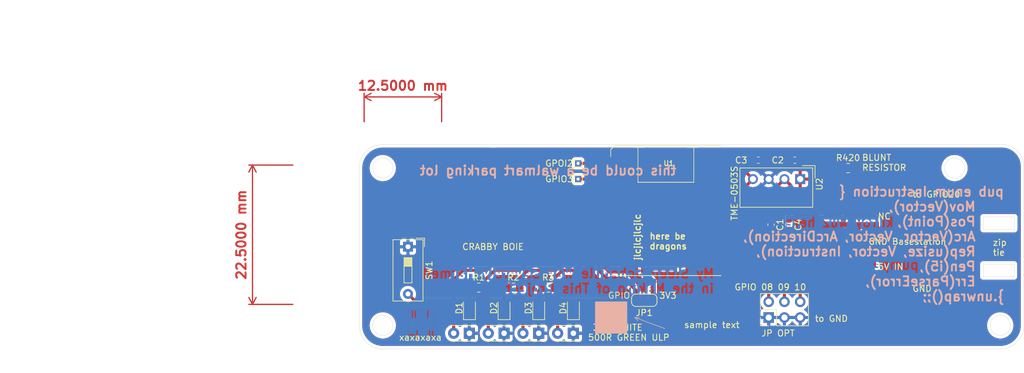
<source format=kicad_pcb>
(kicad_pcb (version 20240108) (generator "pcbnew") (generator_version "8.0")
  (layers (0 "F.Cu" signal) (31 "B.Cu" signal) (34 "B.Paste" user) (35 "F.Paste" user) (36 "B.SilkS" user "B.Silkscreen") (37 "F.SilkS" user "F.Silkscreen") (38 "B.Mask" user) (39 "F.Mask" user) (44 "Edge.Cuts" user))
  (net 0 "")
  (net 1 "+5V")
  (net 2 "GND2")
  (net 3 "GND")
  (net 4 "+3V3")
  (net 5 "Net-(D1-A)")
  (net 6 "Net-(D2-A)")
  (net 7 "Net-(D3-A)")
  (net 8 "Net-(D4-A)")
  (net 9 "Net-(U1-PA11_A3_D3)")
  (net 10 "Net-(U1-PA8_A4_D4_SDA)")
  (net 11 "Net-(U1-PA9_A5_D5_SCL)")
  (net 12 "unconnected-(U1-PA7_A8_D8_SCK-Pad9)")
  (net 13 "unconnected-(U1-PA02_A0_D0-Pad1)")
  (net 14 "unconnected-(U1-PA6_A10_D10_MOSI-Pad11)")
  (net 16 "unconnected-(U1-PA5_A9_D9_MISO-Pad10)")
  (net 17 "Relaiskontakt")
  (net 18 "unconnected-(U1-PA4_A1_D1-Pad2)")
  (net 19 "Net-(SW1-B)")
  (net 21 "Net-(JP1-A)")
  (net 22 "Net-(JP1-C)")
  (footprint "LED_SMD:LED_0805_2012Metric_Pad1.15x1.40mm_HandSolder" (layer "F.Cu") (at 93.98 69.604999 90)
    (property "Reference" "D1" (at 0 -1.65 -90) (layer "F.SilkS"))
    (property "Value" "LED")
    (fp_line (start 1 -0.96) (end -1.86 -0.96) (stroke (width 0.12)) (layer "F.SilkS"))
    (fp_line (start -1.86 -0.96) (end -1.86 0.96) (stroke (width 0.12)) (layer "F.SilkS"))
    (fp_line (start -1.86 0.96) (end 1 0.96) (stroke (width 0.12)) (layer "F.SilkS"))
    (pad "1" smd roundrect (at -1.025 0 90) (size 1.15 1.4) (layers "F.Cu" "F.Paste" "F.Mask") (roundrect_rratio 0.217391) (net 3 "GND"))
    (pad "2" smd roundrect (at 1.025 0 90) (size 1.15 1.4) (layers "F.Cu" "F.Paste" "F.Mask") (roundrect_rratio 0.217391) (net 5 "Net-(D1-A)"))
  )
  (footprint "Connector_PinHeader_2.54mm:PinHeader_2x03_P2.54mm_Vertical" (layer "F.Cu") (at 142.24 71.12 90)
    (property "Reference" "JP OPT" (at -2.54 1.524 0) (layer "F.SilkS"))
    (property "Value" "PinHeader_2x03_P2.54mm_Vertical")
    (fp_line (start 3.87 -1.33) (end 3.87 6.41) (stroke (width 0.12)) (layer "F.SilkS"))
    (fp_line (start 1.27 -1.33) (end 3.87 -1.33) (stroke (width 0.12)) (layer "F.SilkS"))
    (fp_line (start -1.33 -1.33) (end 0 -1.33) (stroke (width 0.12)) (layer "F.SilkS"))
    (fp_line (start -1.33 0) (end -1.33 -1.33) (stroke (width 0.12)) (layer "F.SilkS"))
    (fp_line (start 1.27 1.27) (end 1.27 -1.33) (stroke (width 0.12)) (layer "F.SilkS"))
    (fp_line (start -1.33 1.27) (end 1.27 1.27) (stroke (width 0.12)) (layer "F.SilkS"))
    (fp_line (start -1.33 1.27) (end -1.33 6.41) (stroke (width 0.12)) (layer "F.SilkS"))
    (fp_line (start -1.33 6.41) (end 3.87 6.41) (stroke (width 0.12)) (layer "F.SilkS"))
    (pad "1" thru_hole rect (at 0 0 90) (size 1.7 1.7) (drill 1) (layers "*.Cu" "*.Mask") (net 3 "GND"))
    (pad "2" thru_hole oval (at 2.54 0 90) (size 1.7 1.7) (drill 1) (layers "*.Cu" "*.Mask") (net 12 "unconnected-(U1-PA7_A8_D8_SCK-Pad9)"))
    (pad "3" thru_hole oval (at 0 2.54 90) (size 1.7 1.7) (drill 1) (layers "*.Cu" "*.Mask") (net 3 "GND"))
    (pad "4" thru_hole oval (at 2.54 2.54 90) (size 1.7 1.7) (drill 1) (layers "*.Cu" "*.Mask") (net 16 "unconnected-(U1-PA5_A9_D9_MISO-Pad10)"))
    (pad "5" thru_hole oval (at 0 5.08 90) (size 1.7 1.7) (drill 1) (layers "*.Cu" "*.Mask") (net 3 "GND"))
    (pad "6" thru_hole oval (at 2.54 5.08 90) (size 1.7 1.7) (drill 1) (layers "*.Cu" "*.Mask") (net 14 "unconnected-(U1-PA6_A10_D10_MOSI-Pad11)"))
  )
  (footprint "LED_SMD:LED_0805_2012Metric_Pad1.15x1.40mm_HandSolder" (layer "F.Cu") (at 110.744 69.605 90)
    (property "Reference" "D4" (at 0 -1.65 -90) (layer "F.SilkS"))
    (property "Value" "LED")
    (fp_line (start 1 -0.96) (end -1.86 -0.96) (stroke (width 0.12)) (layer "F.SilkS"))
    (fp_line (start -1.86 -0.96) (end -1.86 0.96) (stroke (width 0.12)) (layer "F.SilkS"))
    (fp_line (start -1.86 0.96) (end 1 0.96) (stroke (width 0.12)) (layer "F.SilkS"))
    (pad "1" smd roundrect (at -1.025 0 90) (size 1.15 1.4) (layers "F.Cu" "F.Paste" "F.Mask") (roundrect_rratio 0.217391) (net 3 "GND"))
    (pad "2" smd roundrect (at 1.025 0 90) (size 1.15 1.4) (layers "F.Cu" "F.Paste" "F.Mask") (roundrect_rratio 0.217391) (net 8 "Net-(D4-A)"))
  )
  (footprint "Resistor_SMD:R_0805_2012Metric_Pad1.20x1.40mm_HandSolder" (layer "F.Cu") (at 95.488 66.294)
    (property "Reference" "R1" (at 0 -1.65 0) (layer "F.SilkS"))
    (property "Value" "R")
    (fp_line (start -0.227064 -0.735) (end 0.227064 -0.735) (stroke (width 0.12)) (layer "F.SilkS"))
    (fp_line (start -0.227064 0.735) (end 0.227064 0.735) (stroke (width 0.12)) (layer "F.SilkS"))
    (pad "1" smd roundrect (at -1 0) (size 1.2 1.4) (layers "F.Cu" "F.Paste" "F.Mask") (roundrect_rratio 0.208333) (net 5 "Net-(D1-A)"))
    (pad "2" smd roundrect (at 1 0) (size 1.2 1.4) (layers "F.Cu" "F.Paste" "F.Mask") (roundrect_rratio 0.208333) (net 9 "Net-(U1-PA11_A3_D3)"))
  )
  (footprint "Capacitor_SMD:C_0603_1608Metric_Pad1.08x0.95mm_HandSolder" (layer "F.Cu") (at 146.457499 45.72 180)
    (property "Reference" "C2" (at 2.7575 0 180) (layer "F.SilkS"))
    (property "Value" "C")
    (fp_line (start -0.146267 0.51) (end 0.146267 0.51) (stroke (width 0.12)) (layer "F.SilkS"))
    (fp_line (start -0.146267 -0.51) (end 0.146267 -0.51) (stroke (width 0.12)) (layer "F.SilkS"))
    (pad "1" smd roundrect (at -0.8625 0 180) (size 1.075 0.95) (layers "F.Cu" "F.Paste" "F.Mask") (net 2 "GND2"))
    (pad "2" smd roundrect (at 0.8625 0 180) (size 1.075 0.95) (layers "F.Cu" "F.Paste" "F.Mask") (net 3 "GND"))
  )
  (footprint "Capacitor_SMD:C_0603_1608Metric_Pad1.08x0.95mm_HandSolder" (layer "F.Cu") (at 142.62 56.137499 -90)
    (property "Reference" "C4" (at 0 -4.38 90) (layer "F.SilkS"))
    (property "Value" "C")
    (fp_line (start -0.146267 0.51) (end 0.146267 0.51) (stroke (width 0.12)) (layer "F.SilkS"))
    (fp_line (start -0.146267 -0.51) (end 0.146267 -0.51) (stroke (width 0.12)) (layer "F.SilkS"))
    (pad "1" smd roundrect (at -0.8625 0 270) (size 1.075 0.95) (layers "F.Cu" "F.Paste" "F.Mask") (net 4 "+3V3"))
    (pad "2" smd roundrect (at 0.8625 0 270) (size 1.075 0.95) (layers "F.Cu" "F.Paste" "F.Mask") (net 1 "+5V"))
  )
  (footprint "Seeeduino xiao ESP32C3 KiCAD Library:MOUDLE14P-SMD-2.54-21X17.8MM" (layer "F.Cu") (at 116.767 64.348)
    (property "Reference" "U1" (at 9.3345 -18.12 0) (layer "F.SilkS") (effects (font (size 0.8 0.8))))
    (property "Value" "MOUDLE-SEEEDUINO-XIAO-ESP32C3")
    (fp_line (start 0 -20.3285) (end 0 -19.177) (stroke (width 0.1)) (layer "F.SilkS"))
    (fp_line (start 0 0) (end 17.8 0) (stroke (width 0.127)) (layer "F.SilkS"))
    (fp_line (start 0.671541 -21) (end 0 -20.3285) (stroke (width 0.127)) (layer "F.SilkS"))
    (fp_line (start 4.396 -15.072) (end 4.392476 -20.990015) (stroke (width 0.1)) (layer "F.SilkS"))
    (fp_line (start 13.395 -15.072) (end 4.396 -15.072) (stroke (width 0.127)) (layer "F.SilkS"))
    (fp_line (start 13.395 -15.072) (end 13.39888 -21.011631) (stroke (width 0.1)) (layer "F.SilkS"))
    (fp_line (start 17.8 -21) (end 0.671541 -21) (stroke (width 0.127)) (layer "F.SilkS"))
    (pad "1" smd roundrect (at 0.835 -18.12) (size 2.75 2) (layers "F.Cu" "F.Paste" "F.Mask") (roundrect_rratio 0.5) (net 13 "unconnected-(U1-PA02_A0_D0-Pad1)"))
    (pad "2" smd roundrect (at 0.835 -15.58) (size 2.75 2) (layers "F.Cu" "F.Paste" "F.Mask") (roundrect_rratio 0.5) (net 18 "unconnected-(U1-PA4_A1_D1-Pad2)"))
    (pad "3" smd roundrect (at 0.835 -13.04) (size 2.75 2) (layers "F.Cu" "F.Paste" "F.Mask") (roundrect_rratio 0.5) (net 19 "Net-(SW1-B)"))
    (pad "4" smd roundrect (at 0.835 -10.5) (size 2.75 2) (layers "F.Cu" "F.Paste" "F.Mask") (roundrect_rratio 0.5) (net 9 "Net-(U1-PA11_A3_D3)"))
    (pad "5" smd roundrect (at 0.835 -7.96) (size 2.75 2) (layers "F.Cu" "F.Paste" "F.Mask") (roundrect_rratio 0.5) (net 10 "Net-(U1-PA8_A4_D4_SDA)"))
    (pad "6" smd roundrect (at 0.835 -5.42) (size 2.75 2) (layers "F.Cu" "F.Paste" "F.Mask") (roundrect_rratio 0.5) (net 11 "Net-(U1-PA9_A5_D5_SCL)"))
    (pad "7" smd roundrect (at 0.835 -2.88) (size 2.75 2) (layers "F.Cu" "F.Paste" "F.Mask") (roundrect_rratio 0.5) (net 21 "Net-(JP1-A)"))
    (pad "8" smd roundrect (at 17 -2.88) (size 2.75 2) (layers "F.Cu" "F.Paste" "F.Mask") (roundrect_rratio 0.5) (net 17 "Relaiskontakt"))
    (pad "9" smd roundrect (at 17 -5.42) (size 2.75 2) (layers "F.Cu" "F.Paste" "F.Mask") (roundrect_rratio 0.5) (net 12 "unconnected-(U1-PA7_A8_D8_SCK-Pad9)"))
    (pad "10" smd roundrect (at 17 -7.96) (size 2.75 2) (layers "F.Cu" "F.Paste" "F.Mask") (roundrect_rratio 0.5) (net 16 "unconnected-(U1-PA5_A9_D9_MISO-Pad10)"))
    (pad "11" smd roundrect (at 17 -10.5) (size 2.75 2) (layers "F.Cu" "F.Paste" "F.Mask") (roundrect_rratio 0.5) (net 14 "unconnected-(U1-PA6_A10_D10_MOSI-Pad11)"))
    (pad "12" smd roundrect (at 17 -13.04) (size 2.75 2) (layers "F.Cu" "F.Paste" "F.Mask") (roundrect_rratio 0.5) (net 4 "+3V3"))
    (pad "13" smd roundrect (at 17 -15.58) (size 2.75 2) (layers "F.Cu" "F.Paste" "F.Mask") (roundrect_rratio 0.5) (net 3 "GND"))
    (pad "14" smd roundrect (at 17 -18.12) (size 2.75 2) (layers "F.Cu" "F.Paste" "F.Mask") (roundrect_rratio 0.5))
    (zone (net 0) (net_name "") (layer "F.Cu") (connect_pads (clearance 0)) (min_thickness 0.01)
      (keepout (tracks not_allowed) (vias not_allowed) (pads not_allowed) (copperpour not_allowed) (footprints allowed))
      (fill (thermal_gap 0.508) (thermal_bridge_width 0.508))
      (polygon (pts (xy 119.7515 51.5845) (xy 122.6725 51.5845) (xy 122.6725 53.6165) (xy 119.7515 53.6165)))
    )
    (zone (net 0) (net_name "") (layer "F.Cu") (connect_pads (clearance 0)) (min_thickness 0.01)
      (keepout (tracks not_allowed) (vias not_allowed) (pads not_allowed) (copperpour not_allowed) (footprints allowed))
      (fill (thermal_gap 0.508) (thermal_bridge_width 0.508))
      (polygon (pts (xy 120.45 43.266) (xy 122.228 43.266) (xy 122.228 45.933) (xy 120.45 45.933)))
    )
    (zone (net 0) (net_name "") (layer "F.Cu") (connect_pads (clearance 0)) (min_thickness 0.01)
      (keepout (tracks not_allowed) (vias not_allowed) (pads not_allowed) (copperpour not_allowed) (footprints allowed))
      (fill (thermal_gap 0.508) (thermal_bridge_width 0.508))
      (polygon (pts (xy 120.45 47.33) (xy 122.228 47.33) (xy 122.228 49.997) (xy 120.45 49.997)))
    )
    (zone (net 0) (net_name "") (layer "F.Cu") (connect_pads (clearance 0)) (min_thickness 0.01)
      (keepout (tracks not_allowed) (vias not_allowed) (pads not_allowed) (copperpour not_allowed) (footprints allowed))
      (fill (thermal_gap 0.508) (thermal_bridge_width 0.508))
      (polygon (pts (xy 123.117 44.028) (xy 128.324 44.028) (xy 128.324 51.013) (xy 123.117 51.013)))
    )
    (zone (net 0) (net_name "") (layer "F.Cu") (connect_pads (clearance 0)) (min_thickness 0.01)
      (keepout (tracks not_allowed) (vias not_allowed) (pads not_allowed) (copperpour not_allowed) (footprints allowed))
      (fill (thermal_gap 0.508) (thermal_bridge_width 0.508))
      (polygon (pts (xy 123.117 61.173) (xy 128.832 61.173) (xy 128.832 63.713) (xy 123.117 63.713)))
    )
    (zone (net 0) (net_name "") (layer "F.Cu") (connect_pads (clearance 0)) (min_thickness 0.01)
      (keepout (tracks not_allowed) (vias not_allowed) (pads not_allowed) (copperpour not_allowed) (footprints allowed))
      (fill (thermal_gap 0.508) (thermal_bridge_width 0.508))
      (polygon (pts (xy 126.546 53.045) (xy 129.594 53.045) (xy 129.594 56.093) (xy 126.546 56.093)))
    )
    (zone (net 0) (net_name "") (layer "F.Cu") (connect_pads (clearance 0)) (min_thickness 0.01)
      (keepout (tracks not_allowed) (vias not_allowed) (pads not_allowed) (copperpour not_allowed) (footprints allowed))
      (fill (thermal_gap 0.508) (thermal_bridge_width 0.508))
      (polygon (pts (xy 129.086 43.266) (xy 130.864 43.266) (xy 130.864 45.933) (xy 129.086 45.933)))
    )
    (zone (net 0) (net_name "") (layer "F.Cu") (connect_pads (clearance 0)) (min_thickness 0.01)
      (keepout (tracks not_allowed) (vias not_allowed) (pads not_allowed) (copperpour not_allowed) (footprints allowed))
      (fill (thermal_gap 0.508) (thermal_bridge_width 0.508))
      (polygon (pts (xy 129.086 47.33) (xy 130.864 47.33) (xy 130.864 49.997) (xy 129.086 49.997)))
    )
  )
  (footprint "Connector:5pin din" (layer "F.Cu") (at 165.608 58.166)
    (property "Reference" "J1" (hide yes))
    (property "Value" "DIN-5_180degree")
    (pad "1" smd roundrect (at -3.048 7.62) (size 5.143 2.262) (layers "F.Cu" "F.Paste" "F.Mask") (net 3 "GND"))
    (pad "2" smd roundrect (at -10.16 0) (size 5.143 2.262) (layers "F.Cu" "F.Paste" "F.Mask") (net 2 "GND2"))
    (pad "3" smd roundrect (at -3.048 -7.62) (size 5.143 2.262) (layers "F.Cu" "F.Paste" "F.Mask") (net 17 "Relaiskontakt"))
    (pad "4" smd roundrect (at -8.636 4.064) (size 5.143 2.262) (layers "F.Cu" "F.Paste" "F.Mask") (net 1 "+5V"))
    (pad "5" smd roundrect (at -8.636 -4.064) (size 5.143 2.262) (layers "F.Cu" "F.Paste" "F.Mask"))
  )
  (footprint "LED_SMD:LED_0805_2012Metric_Pad1.15x1.40mm_HandSolder" (layer "F.Cu") (at 99.568 69.604999 90)
    (property "Reference" "D2" (at 0 -1.65 -90) (layer "F.SilkS"))
    (property "Value" "LED")
    (fp_line (start 1 -0.96) (end -1.86 -0.96) (stroke (width 0.12)) (layer "F.SilkS"))
    (fp_line (start -1.86 -0.96) (end -1.86 0.96) (stroke (width 0.12)) (layer "F.SilkS"))
    (fp_line (start -1.86 0.96) (end 1 0.96) (stroke (width 0.12)) (layer "F.SilkS"))
    (pad "1" smd roundrect (at -1.025 0 90) (size 1.15 1.4) (layers "F.Cu" "F.Paste" "F.Mask") (roundrect_rratio 0.217391) (net 3 "GND"))
    (pad "2" smd roundrect (at 1.025 0 90) (size 1.15 1.4) (layers "F.Cu" "F.Paste" "F.Mask") (roundrect_rratio 0.217391) (net 6 "Net-(D2-A)"))
  )
  (footprint "LED_THT:LED_D1.8mm_W3.3mm_H2.4mm" (layer "F.Cu") (at 110.744 73.66 180)
    (property "Reference" "REF**" (hide yes))
    (property "Value" "LED_D1.8mm_W3.3mm_H2.4mm")
    (fp_line (start 2.98 1.095) (end 2.98 1.26) (stroke (width 0.12)) (layer "F.SilkS"))
    (fp_line (start 2.98 -1.26) (end 2.98 -1.095) (stroke (width 0.12)) (layer "F.SilkS"))
    (fp_line (start -0.2 1.08) (end -0.2 1.26) (stroke (width 0.12)) (layer "F.SilkS"))
    (fp_line (start -0.2 -1.26) (end -0.2 -1.08) (stroke (width 0.12)) (layer "F.SilkS"))
    (fp_line (start -0.32 1.08) (end -0.32 1.26) (stroke (width 0.12)) (layer "F.SilkS"))
    (fp_line (start -0.32 -1.26) (end -0.32 -1.08) (stroke (width 0.12)) (layer "F.SilkS"))
    (fp_line (start -0.44 1.26) (end 2.98 1.26) (stroke (width 0.12)) (layer "F.SilkS"))
    (fp_line (start -0.44 1.08) (end -0.44 1.26) (stroke (width 0.12)) (layer "F.SilkS"))
    (fp_line (start -0.44 -1.26) (end 2.98 -1.26) (stroke (width 0.12)) (layer "F.SilkS"))
    (fp_line (start -0.44 -1.26) (end -0.44 -1.08) (stroke (width 0.12)) (layer "F.SilkS"))
    (pad "1" thru_hole rect (at 0 0 180) (size 1.8 1.8) (drill 0.9) (layers "*.Cu" "*.Mask") (net 3 "GND"))
    (pad "2" thru_hole circle (at 2.54 0 180) (size 1.8 1.8) (drill 0.9) (layers "*.Cu" "*.Mask") (net 8 "Net-(D4-A)"))
  )
  (footprint "Button_Switch_THT:SW_DIP_SPSTx01_Slide_9.78x4.72mm_W7.62mm_P2.54mm" (layer "F.Cu") (at 84.074 59.69 -90)
    (property "Reference" "SW1" (at 3.81 -3.42 90) (layer "F.SilkS"))
    (property "Value" "SW_SPST")
    (fp_line (start -1.14 2.42) (end 8.76 2.42) (stroke (width 0.12)) (layer "F.SilkS"))
    (fp_line (start 1.78 0.635) (end 5.84 0.635) (stroke (width 0.12)) (layer "F.SilkS"))
    (fp_line (start 5.84 0.635) (end 5.84 -0.635) (stroke (width 0.12)) (layer "F.SilkS"))
    (fp_line (start 1.78 0.565) (end 3.133333 0.565) (stroke (width 0.12)) (layer "F.SilkS"))
    (fp_line (start 1.78 0.445) (end 3.133333 0.445) (stroke (width 0.12)) (layer "F.SilkS"))
    (fp_line (start 1.78 0.325) (end 3.133333 0.325) (stroke (width 0.12)) (layer "F.SilkS"))
    (fp_line (start 1.78 0.205) (end 3.133333 0.205) (stroke (width 0.12)) (layer "F.SilkS"))
    (fp_line (start 1.78 0.085) (end 3.133333 0.085) (stroke (width 0.12)) (layer "F.SilkS"))
    (fp_line (start 1.78 -0.035) (end 3.133333 -0.035) (stroke (width 0.12)) (layer "F.SilkS"))
    (fp_line (start 1.78 -0.155) (end 3.133333 -0.155) (stroke (width 0.12)) (layer "F.SilkS"))
    (fp_line (start 1.78 -0.275) (end 3.133333 -0.275) (stroke (width 0.12)) (layer "F.SilkS"))
    (fp_line (start 1.78 -0.395) (end 3.133333 -0.395) (stroke (width 0.12)) (layer "F.SilkS"))
    (fp_line (start 1.78 -0.515) (end 3.133333 -0.515) (stroke (width 0.12)) (layer "F.SilkS"))
    (fp_line (start 1.78 -0.635) (end 1.78 0.635) (stroke (width 0.12)) (layer "F.SilkS"))
    (fp_line (start 3.133333 -0.635) (end 3.133333 0.635) (stroke (width 0.12)) (layer "F.SilkS"))
    (fp_line (start 5.84 -0.635) (end 1.78 -0.635) (stroke (width 0.12)) (layer "F.SilkS"))
    (fp_line (start -1.14 -2.42) (end -1.14 2.42) (stroke (width 0.12)) (layer "F.SilkS"))
    (fp_line (start -1.14 -2.42) (end 8.76 -2.42) (stroke (width 0.12)) (layer "F.SilkS"))
    (fp_line (start 8.76 -2.42) (end 8.76 2.42) (stroke (width 0.12)) (layer "F.SilkS"))
    (fp_line (start -1.38 -2.66) (end -1.38 -1.277) (stroke (width 0.12)) (layer "F.SilkS"))
    (fp_line (start -1.38 -2.66) (end 0.004 -2.66) (stroke (width 0.12)) (layer "F.SilkS"))
    (pad "1" thru_hole rect (at 0 0 270) (size 1.6 1.6) (drill 0.8) (layers "*.Cu" "*.Mask") (net 3 "GND"))
    (pad "2" thru_hole oval (at 7.62 0 270) (size 1.6 1.6) (drill 0.8) (layers "*.Cu" "*.Mask") (net 19 "Net-(SW1-B)"))
  )
  (footprint "Resistor_SMD:R_0805_2012Metric_Pad1.20x1.40mm_HandSolder" (layer "F.Cu") (at 106.696 66.294)
    (property "Reference" "R3" (at 0 -1.65 0) (layer "F.SilkS"))
    (property "Value" "R")
    (fp_line (start -0.227064 -0.735) (end 0.227064 -0.735) (stroke (width 0.12)) (layer "F.SilkS"))
    (fp_line (start -0.227064 0.735) (end 0.227064 0.735) (stroke (width 0.12)) (layer "F.SilkS"))
    (pad "1" smd roundrect (at -1 0) (size 1.2 1.4) (layers "F.Cu" "F.Paste" "F.Mask") (roundrect_rratio 0.208333) (net 7 "Net-(D3-A)"))
    (pad "2" smd roundrect (at 1 0) (size 1.2 1.4) (layers "F.Cu" "F.Paste" "F.Mask") (roundrect_rratio 0.208333) (net 11 "Net-(U1-PA9_A5_D5_SCL)"))
  )
  (footprint "LED_THT:LED_D1.8mm_W3.3mm_H2.4mm" (layer "F.Cu") (at 93.98 73.66 180)
    (property "Reference" "REF**" (hide yes))
    (property "Value" "LED_D1.8mm_W3.3mm_H2.4mm")
    (fp_line (start 2.98 1.095) (end 2.98 1.26) (stroke (width 0.12)) (layer "F.SilkS"))
    (fp_line (start 2.98 -1.26) (end 2.98 -1.095) (stroke (width 0.12)) (layer "F.SilkS"))
    (fp_line (start -0.2 1.08) (end -0.2 1.26) (stroke (width 0.12)) (layer "F.SilkS"))
    (fp_line (start -0.2 -1.26) (end -0.2 -1.08) (stroke (width 0.12)) (layer "F.SilkS"))
    (fp_line (start -0.32 1.08) (end -0.32 1.26) (stroke (width 0.12)) (layer "F.SilkS"))
    (fp_line (start -0.32 -1.26) (end -0.32 -1.08) (stroke (width 0.12)) (layer "F.SilkS"))
    (fp_line (start -0.44 1.26) (end 2.98 1.26) (stroke (width 0.12)) (layer "F.SilkS"))
    (fp_line (start -0.44 1.08) (end -0.44 1.26) (stroke (width 0.12)) (layer "F.SilkS"))
    (fp_line (start -0.44 -1.26) (end 2.98 -1.26) (stroke (width 0.12)) (layer "F.SilkS"))
    (fp_line (start -0.44 -1.26) (end -0.44 -1.08) (stroke (width 0.12)) (layer "F.SilkS"))
    (pad "1" thru_hole rect (at 0 0 180) (size 1.8 1.8) (drill 0.9) (layers "*.Cu" "*.Mask") (net 3 "GND"))
    (pad "2" thru_hole circle (at 2.54 0 180) (size 1.8 1.8) (drill 0.9) (layers "*.Cu" "*.Mask") (net 5 "Net-(D1-A)"))
  )
  (footprint "Converter_DCDC:Converter_DCDC_TRACO_TME_03xxS_05xxS_12xxS_Single_THT" (layer "F.Cu") (at 147.32 48.768 -90)
    (property "Reference" "U2" (at 0.825 -3.1 90) (layer "F.SilkS"))
    (property "Value" "TME-0503S" (at 2.286 10.6 90) (layer "F.SilkS"))
    (fp_line (start -1.795 9.72) (end 4.545 9.72) (stroke (width 0.12)) (layer "F.SilkS"))
    (fp_line (start -2.175 -0.366667) (end -2.175 -2.4) (stroke (width 0.12)) (layer "F.SilkS"))
    (fp_line (start -1.795 -2.02) (end -1.795 9.72) (stroke (width 0.12)) (layer "F.SilkS"))
    (fp_line (start -1.795 -2.02) (end 4.545 -2.02) (stroke (width 0.12)) (layer "F.SilkS"))
    (fp_line (start 4.545 -2.02) (end 4.545 9.72) (stroke (width 0.12)) (layer "F.SilkS"))
    (fp_line (start -2.175 -2.4) (end -0.141667 -2.4) (stroke (width 0.12)) (layer "F.SilkS"))
    (pad "1" thru_hole rect (at 0 0 270) (size 1.6 1.6) (drill 1) (layers "*.Cu" "*.Mask") (net 2 "GND2"))
    (pad "2" thru_hole circle (at 0 2.54 270) (size 1.6 1.6) (drill 1) (layers "*.Cu" "*.Mask") (net 1 "+5V"))
    (pad "3" thru_hole circle (at 0 5.08 270) (size 1.6 1.6) (drill 1) (layers "*.Cu" "*.Mask") (net 3 "GND"))
    (pad "4" thru_hole circle (at 0 7.62 270) (size 1.6 1.6) (drill 1) (layers "*.Cu" "*.Mask") (net 4 "+3V3"))
  )
  (footprint "TestPoint:TestPoint_THTPad_1.0x1.0mm_Drill0.5mm" (layer "F.Cu") (at 111.506 48.768)
    (property "Reference" "GPIO3" (at -3.048 0 0) (layer "F.SilkS"))
    (property "Value" "TestPoint_THTPad_1.0x1.0mm_Drill0.5mm")
    (fp_line (start -0.7 -0.7) (end 0.7 -0.7) (stroke (width 0.12)) (layer "F.SilkS"))
    (fp_line (start -0.7 0.7) (end -0.7 -0.7) (stroke (width 0.12)) (layer "F.SilkS"))
    (fp_line (start 0.7 -0.7) (end 0.7 0.7) (stroke (width 0.12)) (layer "F.SilkS"))
    (fp_line (start 0.7 0.7) (end -0.7 0.7) (stroke (width 0.12)) (layer "F.SilkS"))
    (pad "1" thru_hole rect (at 0 0) (size 1 1) (drill 0.5) (layers "*.Cu" "*.Mask") (net 18 "unconnected-(U1-PA4_A1_D1-Pad2)"))
  )
  (footprint "Resistor_SMD:R_0805_2012Metric_Pad1.20x1.40mm_HandSolder" (layer "F.Cu") (at 115.316 69.58 -90)
    (property "Reference" "R4" (at 0 -1.65 90) (layer "F.SilkS"))
    (property "Value" "R")
    (fp_line (start -0.227064 0.735) (end 0.227064 0.735) (stroke (width 0.12)) (layer "F.SilkS"))
    (fp_line (start -0.227064 -0.735) (end 0.227064 -0.735) (stroke (width 0.12)) (layer "F.SilkS"))
    (pad "1" smd roundrect (at -1 0 270) (size 1.2 1.4) (layers "F.Cu" "F.Paste" "F.Mask") (roundrect_rratio 0.208333) (net 8 "Net-(D4-A)"))
    (pad "2" smd roundrect (at 1 0 270) (size 1.2 1.4) (layers "F.Cu" "F.Paste" "F.Mask") (roundrect_rratio 0.208333) (net 22 "Net-(JP1-C)"))
  )
  (footprint "Capacitor_SMD:C_0603_1608Metric_Pad1.08x0.95mm_HandSolder" (layer "F.Cu") (at 140.562501 45.72 180)
    (property "Reference" "C3" (at 2.757499 0 180) (layer "F.SilkS"))
    (property "Value" "C")
    (fp_line (start -0.146267 0.51) (end 0.146267 0.51) (stroke (width 0.12)) (layer "F.SilkS"))
    (fp_line (start -0.146267 -0.51) (end 0.146267 -0.51) (stroke (width 0.12)) (layer "F.SilkS"))
    (pad "1" smd roundrect (at -0.8625 0 180) (size 1.075 0.95) (layers "F.Cu" "F.Paste" "F.Mask") (net 3 "GND"))
    (pad "2" smd roundrect (at 0.8625 0 180) (size 1.075 0.95) (layers "F.Cu" "F.Paste" "F.Mask") (net 4 "+3V3"))
  )
  (footprint "LED_SMD:LED_0805_2012Metric_Pad1.15x1.40mm_HandSolder" (layer "F.Cu") (at 105.156 69.604999 90)
    (property "Reference" "D3" (at 0 -1.65 -90) (layer "F.SilkS"))
    (property "Value" "LED")
    (fp_line (start 1 -0.96) (end -1.86 -0.96) (stroke (width 0.12)) (layer "F.SilkS"))
    (fp_line (start -1.86 -0.96) (end -1.86 0.96) (stroke (width 0.12)) (layer "F.SilkS"))
    (fp_line (start -1.86 0.96) (end 1 0.96) (stroke (width 0.12)) (layer "F.SilkS"))
    (pad "1" smd roundrect (at -1.025 0 90) (size 1.15 1.4) (layers "F.Cu" "F.Paste" "F.Mask") (roundrect_rratio 0.217391) (net 3 "GND"))
    (pad "2" smd roundrect (at 1.025 0 90) (size 1.15 1.4) (layers "F.Cu" "F.Paste" "F.Mask") (roundrect_rratio 0.217391) (net 7 "Net-(D3-A)"))
  )
  (footprint "Connector:Ferris" (layer "F.Cu") (at 97.79 60.200854)
    (property "Reference" "CRABBY BOIE" (at 0 -0.5 0) (layer "F.SilkS"))
    (property "Value" "Ferris")
    (fp_poly (pts (xy -4.191 -7.62) (xy -3.048 -8.382) (xy -3.048 -6.731) (xy -4.191 -5.715)) (stroke (width 0.1)) (fill solid) (layer "F.Cu"))
    (fp_poly (pts (xy 1.905 -5.715) (xy 3.048 -6.731) (xy 3.048 -8.382) (xy 1.905 -7.493)) (stroke (width 0.1)) (fill solid) (layer "F.Cu"))
    (pad "1" smd custom (at 0 -7.112) (size 2.262 2.262) (layers "F.Cu") (options (clearance outline) (anchor circle)) (primitives (gr_poly (pts (xy 5.588 7.363146) (xy 9.144 6.347146) (xy 9.906 4.823146) (xy 10.414 5.077146) (xy 10.16 3.807146) (xy 10.668 4.061146) (xy 9.906 1.013146) (xy 9.144 -0.002854) (xy 10.414 -2.542854) (xy 6.858 -4.320854) (xy 5.842 -7.622854) (xy 2.54 -6.352854) (xy 0 -8.892854) (xy -2.54 -6.352854) (xy -5.842 -7.622854) (xy -6.858 -4.320854) (xy -10.414 -2.542854) (xy -9.144 -0.002854) (xy -9.906 1.013146) (xy -10.668 4.061146) (xy -10.16 3.807146) (xy -10.414 5.077146) (xy -9.906 4.823146) (xy -9.144 6.347146) (xy -5.588 7.363146) (xy -5.842 5.585146) (xy -5.08 5.331146) (xy -3.302 5.331146) (xy -3.556 4.315146) (xy -5.08 3.807146) (xy -7.366 3.807146) (xy -6.604 2.537146) (xy -2.54 3.429) (xy -3.048 2.667) (xy -4.572 1.524) (xy -4.572 -0.635) (xy -3.048 -1.651) (xy -1.524 -0.508) (xy -1.524 1.651) (xy -3.048 2.667) (xy -2.54 3.429) (xy 0 4.064) (xy 0 3.429) (xy -1.524 2.667) (xy -1.27 2.413) (xy 0 2.667) (xy 1.27 2.413) (xy 1.524 2.667) (xy 0 3.429) (xy 0 4.064) (xy 2.54 3.429) (xy 3.048 2.667) (xy 1.524 1.651) (xy 1.524 -0.508) (xy 2.286 -1.0795) (xy 3.048 -1.651) (xy 4.572 -0.635) (xy 4.572 1.524) (xy 3.048 2.667) (xy 2.54 3.429) (xy 6.604 2.537146) (xy 7.366 3.807146) (xy 5.08 3.807146) (xy 3.556 4.315146) (xy 3.302 5.331146) (xy 5.08 5.331146) (xy 5.842 5.585146)) (width 0.1) (fill yes))))
  )
  (footprint "TestPoint:TestPoint_THTPad_1.0x1.0mm_Drill0.5mm" (layer "F.Cu") (at 111.506 46.228)
    (property "Reference" "GPOI2" (at -3.048 0 0) (layer "F.SilkS"))
    (property "Value" "TestPoint_THTPad_1.0x1.0mm_Drill0.5mm")
    (fp_line (start -0.7 -0.7) (end 0.7 -0.7) (stroke (width 0.12)) (layer "F.SilkS"))
    (fp_line (start -0.7 0.7) (end -0.7 -0.7) (stroke (width 0.12)) (layer "F.SilkS"))
    (fp_line (start 0.7 -0.7) (end 0.7 0.7) (stroke (width 0.12)) (layer "F.SilkS"))
    (fp_line (start 0.7 0.7) (end -0.7 0.7) (stroke (width 0.12)) (layer "F.SilkS"))
    (pad "1" thru_hole rect (at 0 0) (size 1 1) (drill 0.5) (layers "*.Cu" "*.Mask") (net 13 "unconnected-(U1-PA02_A0_D0-Pad1)"))
  )
  (footprint "LED_THT:LED_D1.8mm_W3.3mm_H2.4mm" (layer "F.Cu") (at 99.568 73.66 180)
    (property "Reference" "REF**" (hide yes))
    (property "Value" "LED_D1.8mm_W3.3mm_H2.4mm")
    (fp_line (start 2.98 1.095) (end 2.98 1.26) (stroke (width 0.12)) (layer "F.SilkS"))
    (fp_line (start 2.98 -1.26) (end 2.98 -1.095) (stroke (width 0.12)) (layer "F.SilkS"))
    (fp_line (start -0.2 1.08) (end -0.2 1.26) (stroke (width 0.12)) (layer "F.SilkS"))
    (fp_line (start -0.2 -1.26) (end -0.2 -1.08) (stroke (width 0.12)) (layer "F.SilkS"))
    (fp_line (start -0.32 1.08) (end -0.32 1.26) (stroke (width 0.12)) (layer "F.SilkS"))
    (fp_line (start -0.32 -1.26) (end -0.32 -1.08) (stroke (width 0.12)) (layer "F.SilkS"))
    (fp_line (start -0.44 1.26) (end 2.98 1.26) (stroke (width 0.12)) (layer "F.SilkS"))
    (fp_line (start -0.44 1.08) (end -0.44 1.26) (stroke (width 0.12)) (layer "F.SilkS"))
    (fp_line (start -0.44 -1.26) (end 2.98 -1.26) (stroke (width 0.12)) (layer "F.SilkS"))
    (fp_line (start -0.44 -1.26) (end -0.44 -1.08) (stroke (width 0.12)) (layer "F.SilkS"))
    (pad "1" thru_hole rect (at 0 0 180) (size 1.8 1.8) (drill 0.9) (layers "*.Cu" "*.Mask") (net 3 "GND"))
    (pad "2" thru_hole circle (at 2.54 0 180) (size 1.8 1.8) (drill 0.9) (layers "*.Cu" "*.Mask") (net 6 "Net-(D2-A)"))
  )
  (footprint "Jumper:SolderJumper-3_P1.3mm_Open_RoundedPad1.0x1.5mm_NumberLabels" (layer "F.Cu") (at 122.174 68.326)
    (property "Reference" "JP1" (at 0 2.032 0) (layer "F.SilkS"))
    (property "Value" "SolderJumper_3_Open")
    (fp_line (start -2.05 0.3) (end -2.05 -0.3) (stroke (width 0.12)) (layer "F.SilkS"))
    (fp_line (start -1.4 -1) (end 1.4 -1) (stroke (width 0.12)) (layer "F.SilkS"))
    (fp_line (start 1.4 1) (end -1.4 1) (stroke (width 0.12)) (layer "F.SilkS"))
    (fp_line (start 2.05 -0.3) (end 2.05 0.3) (stroke (width 0.12)) (layer "F.SilkS"))
    (fp_arc (start -2.05 -0.3) (mid -1.844975 -0.794975) (end -1.35 -1) (stroke (width 0.12)) (layer "F.SilkS"))
    (fp_arc (start -1.35 1) (mid -1.844975 0.794975) (end -2.05 0.3) (stroke (width 0.12)) (layer "F.SilkS"))
    (fp_arc (start 1.35 -1) (mid 1.844975 -0.794975) (end 2.05 -0.3) (stroke (width 0.12)) (layer "F.SilkS"))
    (fp_arc (start 2.05 0.3) (mid 1.844975 0.794975) (end 1.35 1) (stroke (width 0.12)) (layer "F.SilkS"))
    (fp_text user "3V3" (at 3.81 -0.762 0) (layer "F.SilkS"))
    (fp_text user "GPIO" (at -4.064 -0.762 0) (layer "F.SilkS") (effects (font (thickness 0.125))))
    (pad "1" smd custom (at -1.3 0) (size 1 0.5) (layers "F.Cu" "F.Mask") (net 21 "Net-(JP1-A)") (options (clearance outline) (anchor rect)) (primitives (gr_circle (center 0 0.25) (end 0.5 0.25) (width 0) (fill yes)) (gr_circle (center 0 -0.25) (end 0.5 -0.25) (width 0) (fill yes)) (gr_poly (pts (xy 0.55 0.75) (xy 0 0.75) (xy 0 -0.75) (xy 0.55 -0.75)) (width 0) (fill yes))))
    (pad "2" smd rect (at 0 0) (size 1 1.5) (layers "F.Cu" "F.Mask") (net 22 "Net-(JP1-C)"))
    (pad "3" smd custom (at 1.3 0) (size 1 0.5) (layers "F.Cu" "F.Mask") (net 4 "+3V3") (options (clearance outline) (anchor rect)) (primitives (gr_circle (center 0 0.25) (end 0.5 0.25) (width 0) (fill yes)) (gr_circle (center 0 -0.25) (end 0.5 -0.25) (width 0) (fill yes)) (gr_poly (pts (xy 0 0.75) (xy -0.55 0.75) (xy -0.55 -0.75) (xy 0 -0.75)) (width 0) (fill yes))))
  )
  (footprint "Resistor_SMD:R_0805_2012Metric_Pad1.20x1.40mm_HandSolder" (layer "F.Cu") (at 101.076 66.294)
    (property "Reference" "R2" (at 0 -1.65 0) (layer "F.SilkS"))
    (property "Value" "R")
    (fp_line (start -0.227064 -0.735) (end 0.227064 -0.735) (stroke (width 0.12)) (layer "F.SilkS"))
    (fp_line (start -0.227064 0.735) (end 0.227064 0.735) (stroke (width 0.12)) (layer "F.SilkS"))
    (pad "1" smd roundrect (at -1 0) (size 1.2 1.4) (layers "F.Cu" "F.Paste" "F.Mask") (roundrect_rratio 0.208333) (net 6 "Net-(D2-A)"))
    (pad "2" smd roundrect (at 1 0) (size 1.2 1.4) (layers "F.Cu" "F.Paste" "F.Mask") (roundrect_rratio 0.208333) (net 10 "Net-(U1-PA8_A4_D4_SDA)"))
  )
  (footprint "Resistor_SMD:R_0805_2012Metric" (layer "F.Cu") (at 155.0435 46.99)
    (property "Reference" "R420" (at 0 -1.65 0) (layer "F.SilkS"))
    (property "Value" "R_0805_2012Metric")
    (fp_line (start -0.227064 -0.735) (end 0.227064 -0.735) (stroke (width 0.12)) (layer "F.SilkS"))
    (fp_line (start -0.227064 0.735) (end 0.227064 0.735) (stroke (width 0.12)) (layer "F.SilkS"))
    (pad "1" smd roundrect (at -0.9125 0) (size 1.025 1.4) (layers "F.Cu" "F.Paste" "F.Mask") (roundrect_rratio 0.243902) (net 3 "GND"))
    (pad "2" smd roundrect (at 0.9125 0) (size 1.025 1.4) (layers "F.Cu" "F.Paste" "F.Mask") (roundrect_rratio 0.243902) (net 3 "GND"))
  )
  (footprint "LED_THT:LED_D1.8mm_W3.3mm_H2.4mm" (layer "F.Cu") (at 105.156 73.66 180)
    (property "Reference" "REF**" (hide yes))
    (property "Value" "LED_D1.8mm_W3.3mm_H2.4mm")
    (fp_line (start 2.98 1.095) (end 2.98 1.26) (stroke (width 0.12)) (layer "F.SilkS"))
    (fp_line (start 2.98 -1.26) (end 2.98 -1.095) (stroke (width 0.12)) (layer "F.SilkS"))
    (fp_line (start -0.2 1.08) (end -0.2 1.26) (stroke (width 0.12)) (layer "F.SilkS"))
    (fp_line (start -0.2 -1.26) (end -0.2 -1.08) (stroke (width 0.12)) (layer "F.SilkS"))
    (fp_line (start -0.32 1.08) (end -0.32 1.26) (stroke (width 0.12)) (layer "F.SilkS"))
    (fp_line (start -0.32 -1.26) (end -0.32 -1.08) (stroke (width 0.12)) (layer "F.SilkS"))
    (fp_line (start -0.44 1.26) (end 2.98 1.26) (stroke (width 0.12)) (layer "F.SilkS"))
    (fp_line (start -0.44 1.08) (end -0.44 1.26) (stroke (width 0.12)) (layer "F.SilkS"))
    (fp_line (start -0.44 -1.26) (end 2.98 -1.26) (stroke (width 0.12)) (layer "F.SilkS"))
    (fp_line (start -0.44 -1.26) (end -0.44 -1.08) (stroke (width 0.12)) (layer "F.SilkS"))
    (pad "1" thru_hole rect (at 0 0 180) (size 1.8 1.8) (drill 0.9) (layers "*.Cu" "*.Mask") (net 3 "GND"))
    (pad "2" thru_hole circle (at 2.54 0 180) (size 1.8 1.8) (drill 0.9) (layers "*.Cu" "*.Mask") (net 7 "Net-(D3-A)"))
  )
  (footprint "Capacitor_SMD:C_0603_1608Metric_Pad1.08x0.95mm_HandSolder" (layer "F.Cu") (at 145.5 56.137499 90)
    (property "Reference" "C1" (at 0 -1.43 -90) (layer "F.SilkS"))
    (property "Value" "C")
    (fp_line (start -0.146267 -0.51) (end 0.146267 -0.51) (stroke (width 0.12)) (layer "F.SilkS"))
    (fp_line (start -0.146267 0.51) (end 0.146267 0.51) (stroke (width 0.12)) (layer "F.SilkS"))
    (pad "1" smd roundrect (at -0.8625 0 90) (size 1.075 0.95) (layers "F.Cu" "F.Paste" "F.Mask") (net 1 "+5V"))
    (pad "2" smd roundrect (at 0.8625 0 90) (size 1.075 0.95) (layers "F.Cu" "F.Paste" "F.Mask") (net 2 "GND2"))
  )
  (gr_line (start 125.476 72.898) (end 120.65 71.12) (stroke (width 0.1)) (layer "B.SilkS"))
  (gr_line (start 121.158 71.628) (end 120.65 71.12) (stroke (width 0.1)) (layer "B.SilkS"))
  (gr_rect (start 114.3 68.58) (end 119.38 73.66) (stroke (width 0.1)) (fill solid) (layer "B.SilkS"))
  (gr_line (start 121.412 71.12) (end 120.65 71.12) (stroke (width 0.1)) (layer "B.SilkS"))
  (gr_circle (center 80.01 46.99) (end 81.026 48.26) (stroke (width 0.05)) (fill none) (layer "Edge.Cuts"))
  (gr_line (start 76.2 46.99) (end 76.2 72.39) (stroke (width 0.05)) (layer "Edge.Cuts"))
  (gr_rect (start 176.824 62.516) (end 181.824 64.516) (stroke (width 0.05)) (fill none) (layer "Edge.Cuts"))
  (gr_arc (start 183.38935 72.39) (mid 182.308661 75.048924) (end 179.679442 76.2) (stroke (width 0.05)) (layer "Edge.Cuts"))
  (gr_line (start 80.01 76.2) (end 179.679442 76.2) (stroke (width 0.05)) (layer "Edge.Cuts"))
  (gr_circle (center 80.01 72.39) (end 81.026 73.66) (stroke (width 0.05)) (fill none) (layer "Edge.Cuts"))
  (gr_arc (start 80.01 76.2) (mid 77.315923 75.084077) (end 76.2 72.39) (stroke (width 0.05)) (layer "Edge.Cuts"))
  (gr_line (start 179.832 43.18) (end 80.01 43.18) (stroke (width 0.05)) (layer "Edge.Cuts"))
  (gr_arc (start 179.832 43.18) (mid 182.346472 44.221528) (end 183.388 46.736) (stroke (width 0.05)) (layer "Edge.Cuts"))
  (gr_circle (center 172.212 46.99) (end 173.228 48.26) (stroke (width 0.05)) (fill none) (layer "Edge.Cuts"))
  (gr_arc (start 76.2 46.99) (mid 77.315923 44.295923) (end 80.01 43.18) (stroke (width 0.05)) (layer "Edge.Cuts"))
  (gr_rect (start 176.864 54.896) (end 181.864 56.896) (stroke (width 0.05)) (fill none) (layer "Edge.Cuts"))
  (gr_line (start 183.38935 72.39) (end 183.388 46.736) (stroke (width 0.05)) (layer "Edge.Cuts"))
  (gr_circle (center 179.578 72.39) (end 180.594 73.66) (stroke (width 0.05)) (fill none) (layer "Edge.Cuts"))
  (gr_text "v1.01 2025\nDesign by FS" (at 168.402 74.168 0) (layer "F.Cu" knockout) (effects (font (size 1.5 1.5) (thickness 0.3) (bold yes)) (justify bottom)))
  (gr_text "trans rights" (at 77.978 58.674 -90) (layer "F.Cu" knockout) (effects (font (size 1 1) (thickness 0.2) (bold yes)) (justify left bottom)))
  (gr_text "My Sleep Schedule Was Severely Harmed \nin the Making of This Project" (at 133.604 67.31 0) (layer "B.Cu" knockout) (effects (font (size 1.5 1.5) (thickness 0.3) (bold yes)) (justify left bottom mirror)))
  (gr_text " I  II\n\nII  I-" (at 88.392 74.422 0) (layer "B.Cu" knockout) (effects (font (size 1 1) (thickness 0.2) (bold yes)) (justify left bottom mirror)))
  (gr_text "pumpe" (at 166.624 63.5 0) (layer "B.Cu" knockout) (effects (font (size 1.5 1.5) (thickness 0.3) (bold yes)) (justify left bottom mirror)))
  (gr_text "kilroy wuz here" (at 162.56 56.642 0) (layer "B.Cu" knockout) (effects (font (size 1.5 1.5) (thickness 0.3) (bold yes)) (justify left bottom mirror)))
  (gr_text "pub enum Instruction {\n    Mov(Vector),\n    Pos(Point),\n    Arc(Vector, Vector, ArcDirection),\n    Rep(usize, Vector, Instruction),\n    Pen(i5),\n    Err(ParseError),\n}.unwrap();;" (at 180.34 68.58 0) (layer "B.SilkS") (effects (font (size 1.5 1.5) (thickness 0.3) (bold yes)) (justify left bottom mirror)))
  (gr_text "this could be a walmart parking lot" (at 127.508 48.26 0) (layer "B.SilkS") (effects (font (size 1.5 1.5) (thickness 0.3) (bold yes)) (justify left bottom mirror)))
  (gr_text "xaxaxaxa" (at 82.55 74.93 0) (layer "F.SilkS") (effects (font (size 1 1)) (justify left bottom)))
  (gr_text "to GND" (at 149.606 71.882 0) (layer "F.SilkS") (effects (font (size 1 1)) (justify left bottom)))
  (gr_text "sample text" (at 128.524 72.898 0) (layer "F.SilkS") (effects (font (size 1 1)) (justify left bottom)))
  (gr_text "GPIO 08 09 10" (at 136.652 66.802 0) (layer "F.SilkS") (effects (font (size 1 1)) (justify left bottom)))
  (gr_text "jlcjlcjlcjlc" (at 121.666 61.976 90) (layer "F.SilkS") (effects (font (size 1 1) (thickness 0.2) (bold yes)) (justify left bottom)))
  (gr_text "GND Basestation" (at 158.242 59.436 0) (layer "F.SilkS") (effects (font (size 1 1)) (justify left bottom)))
  (gr_text "GND" (at 165.354 67.056 0) (layer "F.SilkS") (effects (font (size 1 1)) (justify left bottom)))
  (gr_text "BLUNT\nRESISTOR\n" (at 157.226 47.498 0) (layer "F.SilkS") (effects (font (size 1 1)) (justify left bottom)))
  (gr_text "here be\ndragons" (at 122.936 60.198 0) (layer "F.SilkS") (effects (font (size 1 1) (thickness 0.2) (bold yes)) (justify left bottom)))
  (gr_text "NC" (at 159.766 55.372 0) (layer "F.SilkS") (effects (font (size 1 1)) (justify left bottom)))
  (gr_text "5V IN" (at 159.766 63.5 0) (layer "F.SilkS") (effects (font (size 1 1)) (justify left bottom)))
  (gr_text "to GPIO20" (at 165.354 51.816 0) (layer "F.SilkS") (effects (font (size 1 1)) (justify left bottom)))
  (gr_text "zip\ntie" (at 178.308 61.214 0) (layer "F.SilkS") (effects (font (size 1 1)) (justify left bottom)))
  (gr_text " 30R WHITE\n500R GREEN ULP" (at 113.03 74.93 0) (layer "F.SilkS") (effects (font (size 1 1)) (justify left bottom)))
  (dimension (type aligned) (layer "F.Cu") (pts (xy 77 40) (xy 89.5 40)) (height -4.5) (gr_text "12,5000 mm" (at 83.25 33.7 0) (layer "F.Cu") (effects (font (size 1.5 1.5) (thickness 0.3)))) (format (prefix "") (suffix "") (units 3) (units_format 1) (precision 4)) (style (thickness 0.2) (arrow_length 1.27) (text_position_mode 0) (extension_height 0.58642) (extension_offset 0.5) keep_text_aligned))
  (dimension (type aligned) (layer "F.Cu") (pts (xy 66 46.5) (xy 66 69)) (height 6.999999) (gr_text "22,5000 mm" (at 57.200001 57.75 90) (layer "F.Cu") (effects (font (size 1.5 1.5) (thickness 0.3)))) (format (prefix "") (suffix "") (units 3) (units_format 1) (precision 4)) (style (thickness 0.2) (arrow_length 1.27) (text_position_mode 0) (extension_height 0.58642) (extension_offset 0.5) keep_text_aligned))
  (segment (start 123.474 65.308) (end 121.92 63.754) (width 0.508) (layer "F.Cu") (net 4))
  (segment (start 140 48.62) (end 139.894998 48.514998) (width 0.508) (layer "F.Cu") (net 4))
  (segment (start 123.474 68.326) (end 123.474 65.308) (width 0.508) (layer "F.Cu") (net 4))
  (segment (start 133.00325 52) (end 132.5825 51.57925) (width 0.508) (layer "F.Cu") (net 4))
  (segment (start 139.895 49.105) (end 140 49) (width 0.508) (layer "F.Cu") (net 4))
  (segment (start 140 49) (end 140 48.62) (width 0.508) (layer "F.Cu") (net 4))
  (segment (start 121.92 63.754) (end 121.92 56.134) (width 0.508) (layer "F.Cu") (net 4))
  (segment (start 126.746 51.308) (end 133.767 51.308) (width 0.508) (layer "F.Cu") (net 4))
  (segment (start 121.92 56.134) (end 126.746 51.308) (width 0.508) (layer "F.Cu") (net 4))
  (segment (start 94.488 66.294) (end 93.98 66.802) (width 0.508) (layer "F.Cu") (net 5))
  (segment (start 93.98 68.579999) (end 92.202 68.58) (width 0.508) (layer "F.Cu") (net 5))
  (segment (start 92.202 68.58) (end 91.44 69.342) (width 0.508) (layer "F.Cu") (net 5))
  (segment (start 93.98 66.802) (end 93.98 68.579999) (width 0.508) (layer "F.Cu") (net 5))
  (segment (start 91.44 69.342) (end 91.44 73.66) (width 0.508) (layer "F.Cu") (net 5))
  (segment (start 97.028 73.66) (end 97.028 69.342) (width 0.508) (layer "F.Cu") (net 6))
  (segment (start 97.028 69.342) (end 97.79 68.58) (width 0.508) (layer "F.Cu") (net 6))
  (segment (start 99.568 68.579999) (end 97.79 68.58) (width 0.508) (layer "F.Cu") (net 6))
  (segment (start 99.568 68.579999) (end 99.568 66.802) (width 0.508) (layer "F.Cu") (net 6))
  (segment (start 99.568 66.802) (end 100.076 66.294) (width 0.508) (layer "F.Cu") (net 6))
  (segment (start 105.156 66.834) (end 105.696 66.294) (width 0.508) (layer "F.Cu") (net 7))
  (segment (start 102.616 69.342) (end 102.616 73.66) (width 0.508) (layer "F.Cu") (net 7))
  (segment (start 103.378 68.58) (end 102.616 69.342) (width 0.508) (layer "F.Cu") (net 7))
  (segment (start 105.156 68.579999) (end 103.378 68.58) (width 0.508) (layer "F.Cu") (net 7))
  (segment (start 105.156 68.579999) (end 105.156 66.834) (width 0.508) (layer "F.Cu") (net 7))
  (segment (start 110.744 68.58) (end 108.966 68.58) (width 0.508) (layer "F.Cu") (net 8))
  (segment (start 108.204 69.342) (end 108.966 68.58) (width 0.508) (layer "F.Cu") (net 8))
  (segment (start 115.316 68.58) (end 110.744 68.579999) (width 0.508) (layer "F.Cu") (net 8))
  (segment (start 108.204 73.66) (end 108.204 69.342) (width 0.508) (layer "F.Cu") (net 8))
  (segment (start 113.792 55.626) (end 115.57 53.848) (width 0.508) (layer "F.Cu") (net 9))
  (segment (start 98.044 63.5) (end 102.108 63.5) (width 0.508) (layer "F.Cu") (net 9))
  (segment (start 108.458 61.468) (end 110.49 61.468) (width 0.508) (layer "F.Cu") (net 9))
  (segment (start 96.488 65.056) (end 98.044 63.5) (width 0.508) (layer "F.Cu") (net 9))
  (segment (start 113.792 58.166) (end 113.792 55.626) (width 0.508) (layer "F.Cu") (net 9))
  (segment (start 103.124 62.484) (end 107.442 62.484) (width 0.508) (layer "F.Cu") (net 9))
  (segment (start 110.49 61.468) (end 113.792 58.166) (width 0.508) (layer "F.Cu") (net 9))
  (segment (start 115.57 53.848) (end 117.602 53.848) (width 0.508) (layer "F.Cu") (net 9))
  (segment (start 96.488 66.294) (end 96.488 65.056) (width 0.508) (layer "F.Cu") (net 9))
  (segment (start 102.108 63.5) (end 103.124 62.484) (width 0.508) (layer "F.Cu") (net 9))
  (segment (start 107.442 62.484) (end 108.458 61.468) (width 0.508) (layer "F.Cu") (net 9))
  (segment (start 102.076 66.294) (end 102.076 64.802) (width 0.508) (layer "F.Cu") (net 10))
  (segment (start 103.378 63.5) (end 107.696 63.5) (width 0.508) (layer "F.Cu") (net 10))
  (segment (start 110.744 62.484) (end 114.808 58.42) (width 0.508) (layer "F.Cu") (net 10))
  (segment (start 107.696 63.5) (end 108.712 62.484) (width 0.508) (layer "F.Cu") (net 10))
  (segment (start 114.808 56.896) (end 115.316 56.388) (width 0.508) (layer "F.Cu") (net 10))
  (segment (start 115.316 56.388) (end 117.602 56.388) (width 0.508) (layer "F.Cu") (net 10))
  (segment (start 114.808 58.42) (end 114.808 56.896) (width 0.508) (layer "F.Cu") (net 10))
  (segment (start 102.076 64.802) (end 103.378 63.5) (width 0.508) (layer "F.Cu") (net 10))
  (segment (start 108.712 62.484) (end 110.744 62.484) (width 0.508) (layer "F.Cu") (net 10))
  (segment (start 107.696 66.294) (end 107.696 64.77) (width 0.508) (layer "F.Cu") (net 11))
  (segment (start 107.696 64.77) (end 108.966 63.5) (width 0.508) (layer "F.Cu") (net 11))
  (segment (start 108.966 63.5) (end 110.998 63.5) (width 0.508) (layer "F.Cu") (net 11))
  (segment (start 115.57 58.928) (end 117.602 58.928) (width 0.508) (layer "F.Cu") (net 11))
  (segment (start 110.998 63.5) (end 115.57 58.928) (width 0.508) (layer "F.Cu") (net 11))
  (segment (start 133.767 58.928) (end 136.398 58.928) (width 0.508) (layer "F.Cu") (net 12))
  (segment (start 136.398 58.928) (end 142.24 64.77) (width 0.508) (layer "F.Cu") (net 12))
  (segment (start 142.24 64.77) (end 142.24 68.58) (width 0.508) (layer "F.Cu") (net 12))
  (segment (start 111.76 46.228) (end 117.602 46.228) (width 0.508) (layer "F.Cu") (net 13))
  (segment (start 147.32 64.77) (end 147.32 68.58) (width 0.508) (layer "F.Cu") (net 14))
  (segment (start 133.767 53.848) (end 136.398 53.848) (width 0.508) (layer "F.Cu") (net 14))
  (segment (start 136.398 53.848) (end 147.32 64.77) (width 0.508) (layer "F.Cu") (net 14))
  (segment (start 144.78 68.58) (end 144.78 64.77) (width 0.508) (layer "F.Cu") (net 16))
  (segment (start 144.78 64.77) (end 136.398 56.388) (width 0.508) (layer "F.Cu") (net 16))
  (segment (start 136.398 56.388) (end 133.767 56.388) (width 0.508) (layer "F.Cu") (net 16))
  (segment (start 132.59975 56.642) (end 132.5825 56.65925) (width 0.508) (layer "F.Cu") (net 16))
  (segment (start 166.116 68.58) (end 167.64 67.056) (width 0.508) (layer "F.Cu") (net 17))
  (segment (start 149.86 72.898) (end 149.86 70.104) (width 0.508) (layer "F.Cu") (net 17))
  (segment (start 136.398 61.468) (end 139.7 64.77) (width 0.508) (layer "F.Cu") (net 17))
  (segment (start 166.116 50.546) (end 162.746 50.546) (width 0.508) (layer "F.Cu") (net 17))
  (segment (start 133.767 61.468) (end 136.398 61.468) (width 0.508) (layer "F.Cu") (net 17))
  (segment (start 140.462 73.66) (end 149.098 73.66) (width 0.508) (layer "F.Cu") (net 17))
  (segment (start 151.384 68.58) (end 166.116 68.58) (width 0.508) (layer "F.Cu") (net 17))
  (segment (start 167.64 67.056) (end 167.64 52.07) (width 0.508) (layer "F.Cu") (net 17))
  (segment (start 139.7 64.77) (end 139.7 72.898) (width 0.508) (layer "F.Cu") (net 17))
  (segment (start 149.86 70.104) (end 151.384 68.58) (width 0.508) (layer "F.Cu") (net 17))
  (segment (start 167.64 52.07) (end 166.116 50.546) (width 0.508) (layer "F.Cu") (net 17))
  (segment (start 139.7 72.898) (end 140.462 73.66) (width 0.508) (layer "F.Cu") (net 17))
  (segment (start 149.098 73.66) (end 149.86 72.898) (width 0.508) (layer "F.Cu") (net 17))
  (segment (start 111.506 48.768) (end 117.602 48.768) (width 0.508) (layer "F.Cu") (net 18))
  (segment (start 115.57 51.308) (end 117.602 51.308) (width 0.508) (layer "F.Cu") (net 19))
  (segment (start 97.79 62.484) (end 101.854 62.484) (width 0.508) (layer "F.Cu") (net 19))
  (segment (start 102.87 61.468) (end 107.188 61.468) (width 0.508) (layer "F.Cu") (net 19))
  (segment (start 91.44 65.024) (end 92.964 63.5) (width 0.508) (layer "F.Cu") (net 19))
  (segment (start 101.854 62.484) (end 102.87 61.468) (width 0.508) (layer "F.Cu") (net 19))
  (segment (start 84.074 67.31) (end 85.344 68.58) (width 0.508) (layer "F.Cu") (net 19))
  (segment (start 96.774 63.5) (end 97.79 62.484) (width 0.508) (layer "F.Cu") (net 19))
  (segment (start 112.776 57.912) (end 112.776 54.102) (width 0.508) (layer "F.Cu") (net 19))
  (segment (start 92.964 63.5) (end 96.774 63.5) (width 0.508) (layer "F.Cu") (net 19))
  (segment (start 91.44 68.072) (end 91.44 65.024) (width 0.508) (layer "F.Cu") (net 19))
  (segment (start 107.188 61.468) (end 108.204 60.452) (width 0.508) (layer "F.Cu") (net 19))
  (segment (start 90.932 68.58) (end 91.44 68.072) (width 0.508) (layer "F.Cu") (net 19))
  (segment (start 108.204 60.452) (end 110.236 60.452) (width 0.508) (layer "F.Cu") (net 19))
  (segment (start 85.344 68.58) (end 90.932 68.58) (width 0.508) (layer "F.Cu") (net 19))
  (segment (start 110.236 60.452) (end 112.776 57.912) (width 0.508) (layer "F.Cu") (net 19))
  (segment (start 112.776 54.102) (end 115.57 51.308) (width 0.508) (layer "F.Cu") (net 19))
  (segment (start 116.078 64.77) (end 114.808 63.5) (width 0.508) (layer "F.Cu") (net 21))
  (segment (start 115.57 61.468) (end 117.602 61.468) (width 0.508) (layer "F.Cu") (net 21))
  (segment (start 120.874 68.326) (end 120.874 66.772) (width 0.508) (layer "F.Cu") (net 21))
  (segment (start 120.874 66.772) (end 118.872 64.77) (width 0.508) (layer "F.Cu") (net 21))
  (segment (start 114.808 62.23) (end 115.57 61.468) (width 0.508) (layer "F.Cu") (net 21))
  (segment (start 118.872 64.77) (end 116.078 64.77) (width 0.508) (layer "F.Cu") (net 21))
  (segment (start 114.808 63.5) (end 114.808 62.23) (width 0.508) (layer "F.Cu") (net 21))
  (segment (start 120.904 70.612) (end 122.174 69.342) (width 0.508) (layer "F.Cu") (net 22))
  (segment (start 115.316 70.612) (end 120.904 70.612) (width 0.508) (layer "F.Cu") (net 22))
  (segment (start 122.174 69.342) (end 122.174 68.326) (width 0.508) (layer "F.Cu") (net 22))
  (zone (net 2) (net_name "GND2") (layer "F.Cu") (priority 2) (connect_pads (clearance 0.5)) (min_thickness 0.25) (fill yes (thermal_gap 0.5) (thermal_bridge_width 0.5) (smoothing chamfer))
    (polygon (pts (xy 150.368 60.198) (xy 146.304 56.134) (xy 144.526 56.134) (xy 144.526 52.832) (xy 146.558 50.8) (xy 146.558 47.752) (xy 146.558 47.498) (xy 146.558 44.958) (xy 148.082 44.958) (xy 149.86 46.736) (xy 149.86 54.102) (xy 151.384 55.626) (xy 160.02 55.626) (xy 160.02 60.198)))
  )
  (zone (net 1) (net_name "+5V") (layer "F.Cu") (priority 1) (connect_pads (clearance 0.5)) (min_thickness 0.25) (fill yes (thermal_gap 0.5) (thermal_bridge_width 0.5) (smoothing chamfer))
    (polygon (pts (xy 160.02 64.516) (xy 148.59 64.516) (xy 141.732 57.658) (xy 139.954 56.134) (xy 143.51 56.134) (xy 143.51 51.562) (xy 143.51 51.308) (xy 143.51 48.26) (xy 146.304 48.26) (xy 146.304 51.054) (xy 144.526 52.832) (xy 144.526 56.134) (xy 146.304 56.134) (xy 150.368 60.198) (xy 160.02 60.198)))
  )
  (zone (net 3) (net_name "GND") (layer "F.Cu") (connect_pads (clearance 0.5)) (min_thickness 0.25) (fill yes (thermal_gap 0.5) (thermal_bridge_width 0.5) (smoothing chamfer))
    (polygon (pts (xy 182.88 43.688) (xy 182.88 75.692) (xy 76.708 75.692) (xy 76.708 43.688)))
  )
  (zone (net 4) (net_name "+3V3") (layer "F.Cu") (connect_pads thru_hole_only (clearance 0.5)) (min_thickness 0.25) (fill yes (thermal_gap 0.5) (thermal_bridge_width 0.5) (smoothing chamfer))
    (polygon (pts (xy 140.462 44.958) (xy 138.176 44.958) (xy 138.176 50.292) (xy 132.08 50.292) (xy 132.08 52.578) (xy 134.874 52.578) (xy 138.176 55.88) (xy 143.256 55.88) (xy 143.256 54.102) (xy 140.716 54.102) (xy 140.716 50.292) (xy 140.716 48.006) (xy 140.462 47.498)))
  )
  (zone (net 3) (net_name "GND") (layer "B.Cu") (priority 3) (connect_pads thru_hole_only (clearance 0.5)) (min_thickness 0.25) (fill yes (thermal_gap 0.5) (thermal_bridge_width 0.5) (smoothing chamfer))
    (polygon (pts (xy 76.708 43.688) (xy 182.88 43.688) (xy 182.88 75.692) (xy 76.708 75.692)))
  )
)
</source>
